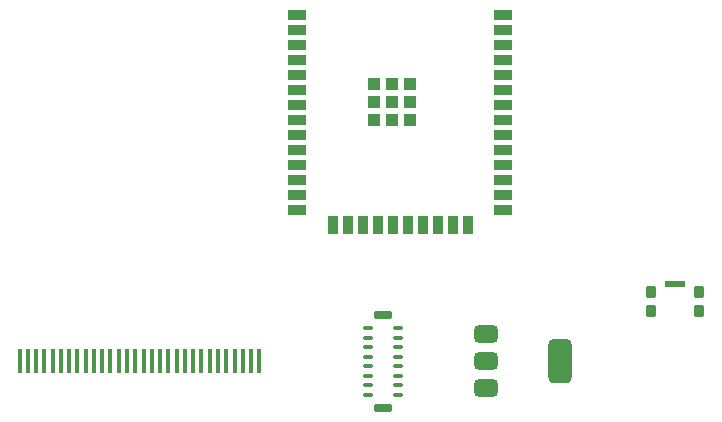
<source format=gbr>
%TF.GenerationSoftware,KiCad,Pcbnew,9.0.0*%
%TF.CreationDate,2025-04-07T09:31:54+05:30*%
%TF.ProjectId,PCB for IoT-based Smart Street Signage,50434220-666f-4722-9049-6f542d626173,rev?*%
%TF.SameCoordinates,Original*%
%TF.FileFunction,Paste,Top*%
%TF.FilePolarity,Positive*%
%FSLAX46Y46*%
G04 Gerber Fmt 4.6, Leading zero omitted, Abs format (unit mm)*
G04 Created by KiCad (PCBNEW 9.0.0) date 2025-04-07 09:31:54*
%MOMM*%
%LPD*%
G01*
G04 APERTURE LIST*
G04 Aperture macros list*
%AMRoundRect*
0 Rectangle with rounded corners*
0 $1 Rounding radius*
0 $2 $3 $4 $5 $6 $7 $8 $9 X,Y pos of 4 corners*
0 Add a 4 corners polygon primitive as box body*
4,1,4,$2,$3,$4,$5,$6,$7,$8,$9,$2,$3,0*
0 Add four circle primitives for the rounded corners*
1,1,$1+$1,$2,$3*
1,1,$1+$1,$4,$5*
1,1,$1+$1,$6,$7*
1,1,$1+$1,$8,$9*
0 Add four rect primitives between the rounded corners*
20,1,$1+$1,$2,$3,$4,$5,0*
20,1,$1+$1,$4,$5,$6,$7,0*
20,1,$1+$1,$6,$7,$8,$9,0*
20,1,$1+$1,$8,$9,$2,$3,0*%
G04 Aperture macros list end*
%ADD10RoundRect,0.135000X-0.315000X-0.365000X0.315000X-0.365000X0.315000X0.365000X-0.315000X0.365000X0*%
%ADD11RoundRect,0.082500X-0.767500X-0.192500X0.767500X-0.192500X0.767500X0.192500X-0.767500X0.192500X0*%
%ADD12R,0.400000X2.000000*%
%ADD13RoundRect,0.100000X0.295000X-0.100000X0.295000X0.100000X-0.295000X0.100000X-0.295000X-0.100000X0*%
%ADD14RoundRect,0.162500X0.637500X-0.162500X0.637500X0.162500X-0.637500X0.162500X-0.637500X-0.162500X0*%
%ADD15RoundRect,0.375000X-0.625000X-0.375000X0.625000X-0.375000X0.625000X0.375000X-0.625000X0.375000X0*%
%ADD16RoundRect,0.500000X-0.500000X-1.400000X0.500000X-1.400000X0.500000X1.400000X-0.500000X1.400000X0*%
%ADD17R,1.500000X0.900000*%
%ADD18R,0.900000X1.500000*%
%ADD19R,1.050000X1.050000*%
G04 APERTURE END LIST*
D10*
%TO.C,SW1*%
X147900000Y-105400000D03*
X152000000Y-105400000D03*
X147900000Y-107000000D03*
X152000000Y-107000000D03*
D11*
X149950000Y-104775000D03*
%TD*%
D12*
%TO.C,DS1*%
X94450000Y-111250000D03*
X95150000Y-111250000D03*
X95850000Y-111250000D03*
X96550000Y-111250000D03*
X97250000Y-111250000D03*
X97950000Y-111250000D03*
X98650000Y-111250000D03*
X99350000Y-111250000D03*
X100050000Y-111250000D03*
X100750000Y-111250000D03*
X101450000Y-111250000D03*
X102150000Y-111250000D03*
X102850000Y-111250000D03*
X103550000Y-111250000D03*
X104250000Y-111250000D03*
X104950000Y-111250000D03*
X105650000Y-111250000D03*
X106350000Y-111250000D03*
X107050000Y-111250000D03*
X107750000Y-111250000D03*
X108450000Y-111250000D03*
X109150000Y-111250000D03*
X109850000Y-111250000D03*
X110550000Y-111250000D03*
X111250000Y-111250000D03*
X111950000Y-111250000D03*
X112650000Y-111250000D03*
X113350000Y-111250000D03*
X114050000Y-111250000D03*
X114750000Y-111250000D03*
%TD*%
D13*
%TO.C,P1*%
X123980000Y-108500000D03*
X123980000Y-109300000D03*
X123980000Y-110100000D03*
X123980000Y-110900000D03*
X123980000Y-111700000D03*
X123980000Y-112500000D03*
X123980000Y-113300000D03*
X123980000Y-114100000D03*
X126520000Y-114100000D03*
X126520000Y-113300000D03*
X126520000Y-112500000D03*
X126520000Y-111700000D03*
X126520000Y-110900000D03*
X126520000Y-110100000D03*
X126520000Y-109300000D03*
X126520000Y-108500000D03*
D14*
X125250000Y-107350000D03*
X125250000Y-115250000D03*
%TD*%
D15*
%TO.C,U2*%
X133950000Y-108950000D03*
X133950000Y-111250000D03*
D16*
X140250000Y-111250000D03*
D15*
X133950000Y-113550000D03*
%TD*%
D17*
%TO.C,U1*%
X117910000Y-81960000D03*
X117910000Y-83230000D03*
X117910000Y-84500000D03*
X117910000Y-85770000D03*
X117910000Y-87040000D03*
X117910000Y-88310000D03*
X117910000Y-89580000D03*
X117910000Y-90850000D03*
X117910000Y-92120000D03*
X117910000Y-93390000D03*
X117910000Y-94660000D03*
X117910000Y-95930000D03*
X117910000Y-97200000D03*
X117910000Y-98470000D03*
D18*
X120950000Y-99720000D03*
X122220000Y-99720000D03*
X123490000Y-99720000D03*
X124760000Y-99720000D03*
X126030000Y-99720000D03*
X127300000Y-99720000D03*
X128570000Y-99720000D03*
X129840000Y-99720000D03*
X131110000Y-99720000D03*
X132380000Y-99720000D03*
D17*
X135410000Y-98470000D03*
X135410000Y-97200000D03*
X135410000Y-95930000D03*
X135410000Y-94660000D03*
X135410000Y-93390000D03*
X135410000Y-92120000D03*
X135410000Y-90850000D03*
X135410000Y-89580000D03*
X135410000Y-88310000D03*
X135410000Y-87040000D03*
X135410000Y-85770000D03*
X135410000Y-84500000D03*
X135410000Y-83230000D03*
X135410000Y-81960000D03*
D19*
X124455000Y-87775000D03*
X124455000Y-89300000D03*
X124455000Y-90825000D03*
X125980000Y-87775000D03*
X125980000Y-89300000D03*
X125980000Y-90825000D03*
X127505000Y-87775000D03*
X127505000Y-89300000D03*
X127505000Y-90825000D03*
%TD*%
M02*

</source>
